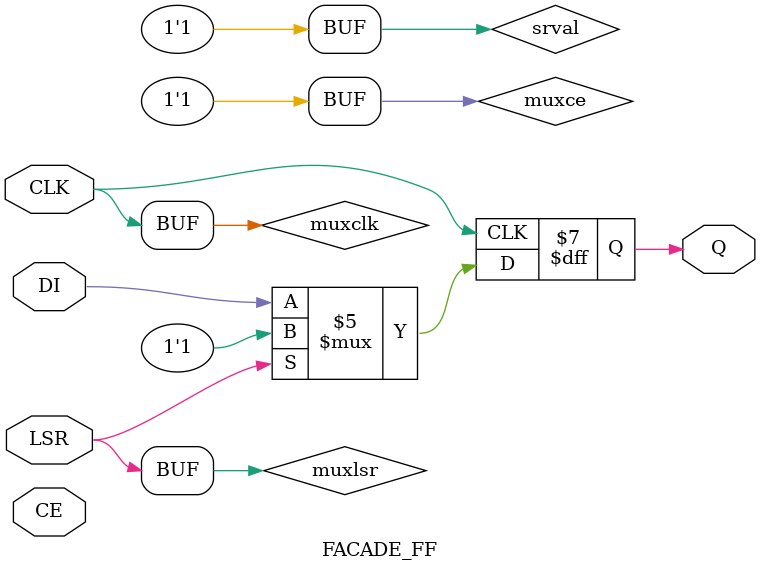
<source format=v>
module LUT4 #(
	parameter [15:0] INIT = 0
) (
	input A, B, C, D,
	output F
);
	wire [3:0] I;
	wire [3:0] I_pd;

	genvar ii;
	generate
		for (ii = 0; ii < 4; ii = ii + 1'b1)
			assign I_pd[ii] = (I[ii] === 1'bz) ? 1'b0 : I[ii];
	endgenerate

	assign I = {D, C, B, A};
	assign F = INIT[I_pd];
endmodule

module FACADE_FF #(
	parameter GSR = "ENABLED",
	parameter CEMUX = "1",
	parameter CLKMUX = "0",
	parameter LSRMUX = "LSR",
	parameter LSRONMUX = "LSRMUX",
	parameter SRMODE = "LSR_OVER_CE",
	parameter REGSET = "SET"
) (
	input CLK, DI, LSR, CE,
	output reg Q
);

	wire muxce;
	generate
		case (CEMUX)
			"1": assign muxce = 1'b1;
			"0": assign muxce = 1'b0;
			"INV": assign muxce = ~CE;
			default: assign muxce = CE;
		endcase
	endgenerate

	wire muxlsr = (LSRMUX == "INV") ? ~LSR : LSR;
	wire muxclk = (CLKMUX == "INV") ? ~CLK : CLK;
	assign srval = (REGSET == "SET") ? 1'b1 : 1'b0;

	generate
		if (SRMODE == "ASYNC") begin
			always @(posedge muxclk, posedge muxlsr)
				if (muxlsr)
					Q <= srval;
				else if (muxce)
					Q <= DI;
		end else begin
			always @(posedge muxclk)
				if (muxlsr)
					Q <= srval;
				else if (muxce)
					Q <= DI;
		end
	endgenerate
endmodule

</source>
